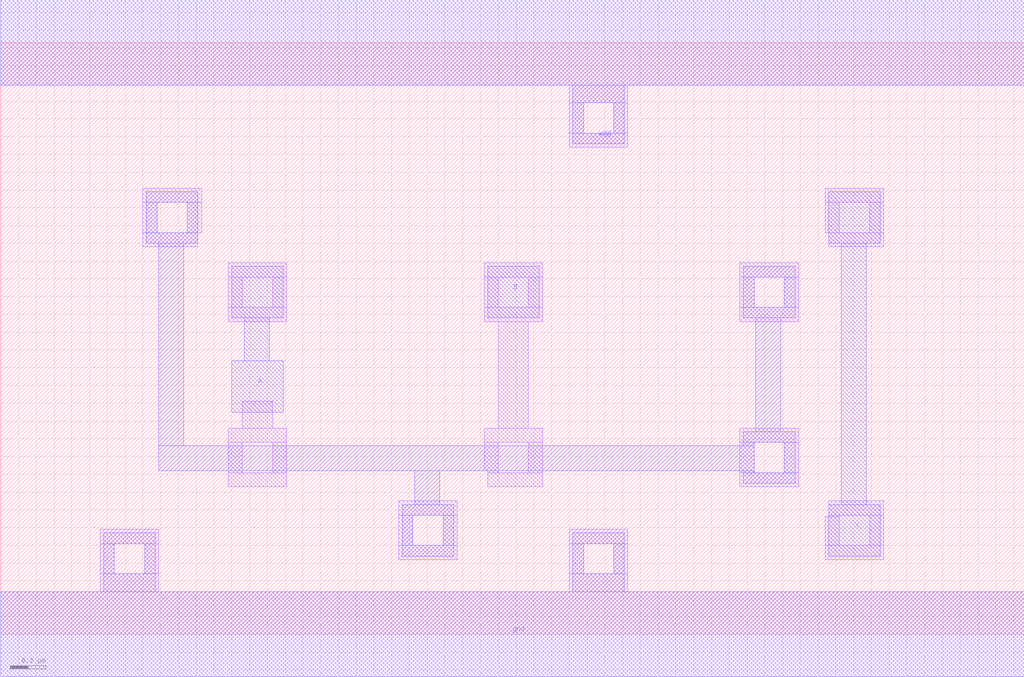
<source format=lef>
VERSION 5.7 ;
  NOWIREEXTENSIONATPIN ON ;
  DIVIDERCHAR "/" ;
  BUSBITCHARS "[]" ;
MACRO OR2X1
  CLASS CORE ;
  FOREIGN OR2X1 ;
  ORIGIN 0.000 0.000 ;
  SIZE 5.760 BY 3.330 ;
  SYMMETRY X Y R90 ;
  SITE unit ;
  PIN vdd
    DIRECTION INOUT ;
    USE POWER ;
    SHAPE ABUTMENT ;
    PORT
      LAYER met1 ;
        RECT 0.000 3.090 5.760 3.570 ;
        RECT 3.220 2.990 3.510 3.090 ;
        RECT 3.220 2.820 3.280 2.990 ;
        RECT 3.450 2.820 3.510 2.990 ;
        RECT 3.220 2.760 3.510 2.820 ;
    END
    PORT
      LAYER li1 ;
        RECT 0.000 3.090 5.760 3.570 ;
        RECT 3.200 2.990 3.530 3.090 ;
        RECT 3.200 2.820 3.280 2.990 ;
        RECT 3.450 2.820 3.530 2.990 ;
        RECT 3.200 2.740 3.530 2.820 ;
    END
  END vdd
  PIN gnd
    DIRECTION INOUT ;
    USE GROUND ;
    SHAPE ABUTMENT ;
    PORT
      LAYER met1 ;
        RECT 0.580 0.510 0.870 0.570 ;
        RECT 0.580 0.340 0.640 0.510 ;
        RECT 0.810 0.340 0.870 0.510 ;
        RECT 0.580 0.240 0.870 0.340 ;
        RECT 3.220 0.510 3.510 0.570 ;
        RECT 3.220 0.340 3.280 0.510 ;
        RECT 3.450 0.340 3.510 0.510 ;
        RECT 3.220 0.240 3.510 0.340 ;
        RECT 0.000 -0.240 5.760 0.240 ;
    END
    PORT
      LAYER li1 ;
        RECT 0.560 0.510 0.890 0.590 ;
        RECT 0.560 0.340 0.640 0.510 ;
        RECT 0.810 0.340 0.890 0.510 ;
        RECT 0.560 0.240 0.890 0.340 ;
        RECT 3.200 0.510 3.530 0.590 ;
        RECT 3.200 0.340 3.280 0.510 ;
        RECT 3.450 0.340 3.530 0.510 ;
        RECT 3.200 0.240 3.530 0.340 ;
        RECT 0.000 -0.240 5.760 0.240 ;
    END
  END gnd
  PIN Y
    DIRECTION INOUT ;
    USE SIGNAL ;
    SHAPE ABUTMENT ;
    PORT
      LAYER met1 ;
        RECT 4.660 2.200 4.950 2.490 ;
        RECT 4.730 0.730 4.870 2.200 ;
        RECT 4.660 0.440 4.950 0.730 ;
    END
  END Y
  PIN A
    DIRECTION INOUT ;
    USE SIGNAL ;
    SHAPE ABUTMENT ;
    PORT
      LAYER met1 ;
        RECT 1.300 1.780 1.590 2.070 ;
        RECT 1.370 1.540 1.510 1.780 ;
        RECT 1.300 1.250 1.590 1.540 ;
    END
  END A
  PIN B
    DIRECTION INOUT ;
    USE SIGNAL ;
    SHAPE ABUTMENT ;
    PORT
      LAYER met1 ;
        RECT 2.740 1.780 3.030 2.070 ;
    END
  END B
  OBS
      LAYER li1 ;
        RECT 0.800 2.430 1.130 2.510 ;
        RECT 0.800 2.260 0.880 2.430 ;
        RECT 1.050 2.260 1.130 2.430 ;
        RECT 4.640 2.430 4.970 2.510 ;
        RECT 4.640 2.260 4.720 2.430 ;
        RECT 4.890 2.260 4.970 2.430 ;
        RECT 0.800 2.180 1.110 2.260 ;
        RECT 4.660 2.180 4.970 2.260 ;
        RECT 1.280 2.010 1.610 2.090 ;
        RECT 1.280 1.840 1.360 2.010 ;
        RECT 1.530 1.840 1.610 2.010 ;
        RECT 1.280 1.760 1.610 1.840 ;
        RECT 2.720 2.010 3.050 2.090 ;
        RECT 2.720 1.840 2.800 2.010 ;
        RECT 2.970 1.840 3.050 2.010 ;
        RECT 2.720 1.760 3.050 1.840 ;
        RECT 4.160 2.010 4.490 2.090 ;
        RECT 4.160 1.840 4.240 2.010 ;
        RECT 4.410 1.840 4.490 2.010 ;
        RECT 4.160 1.760 4.490 1.840 ;
        RECT 1.360 1.160 1.530 1.310 ;
        RECT 2.800 1.160 2.970 1.760 ;
        RECT 1.280 1.080 1.610 1.160 ;
        RECT 1.280 0.910 1.360 1.080 ;
        RECT 1.530 0.910 1.610 1.080 ;
        RECT 2.720 1.080 3.050 1.160 ;
        RECT 2.720 0.920 2.800 1.080 ;
        RECT 1.280 0.830 1.610 0.910 ;
        RECT 2.740 0.910 2.800 0.920 ;
        RECT 2.970 0.910 3.050 1.080 ;
        RECT 2.740 0.830 3.050 0.910 ;
        RECT 4.160 1.080 4.490 1.160 ;
        RECT 4.160 0.910 4.240 1.080 ;
        RECT 4.410 0.910 4.490 1.080 ;
        RECT 4.160 0.830 4.490 0.910 ;
        RECT 2.240 0.670 2.570 0.750 ;
        RECT 2.240 0.500 2.320 0.670 ;
        RECT 2.490 0.500 2.570 0.670 ;
        RECT 4.660 0.670 4.970 0.750 ;
        RECT 4.660 0.660 4.720 0.670 ;
        RECT 2.240 0.420 2.570 0.500 ;
        RECT 4.640 0.500 4.720 0.660 ;
        RECT 4.890 0.500 4.970 0.670 ;
        RECT 4.640 0.420 4.970 0.500 ;
      LAYER met1 ;
        RECT 0.820 2.430 1.110 2.490 ;
        RECT 0.820 2.260 0.880 2.430 ;
        RECT 1.050 2.260 1.110 2.430 ;
        RECT 0.820 2.200 1.110 2.260 ;
        RECT 0.890 1.060 1.030 2.200 ;
        RECT 4.180 2.010 4.470 2.070 ;
        RECT 4.180 1.840 4.240 2.010 ;
        RECT 4.410 1.840 4.470 2.010 ;
        RECT 4.180 1.780 4.470 1.840 ;
        RECT 4.250 1.140 4.390 1.780 ;
        RECT 4.180 1.080 4.470 1.140 ;
        RECT 4.180 1.060 4.240 1.080 ;
        RECT 0.890 0.920 4.240 1.060 ;
        RECT 2.330 0.730 2.470 0.920 ;
        RECT 4.180 0.910 4.240 0.920 ;
        RECT 4.410 0.910 4.470 1.080 ;
        RECT 4.180 0.850 4.470 0.910 ;
        RECT 2.260 0.670 2.550 0.730 ;
        RECT 2.260 0.500 2.320 0.670 ;
        RECT 2.490 0.500 2.550 0.670 ;
        RECT 2.260 0.440 2.550 0.500 ;
  END
END OR2X1
END LIBRARY


</source>
